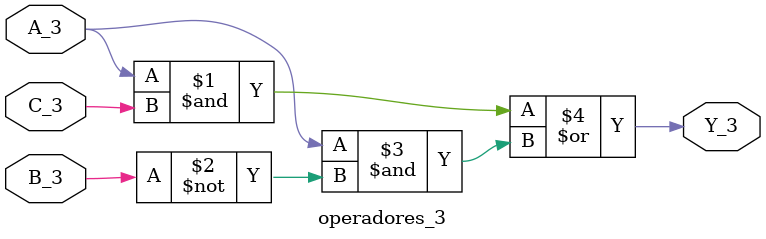
<source format=v>
module gateLevel_1(input wire A_1, B_1, C_1, output wire S1_1);

  wire NB_1, NC_1, P1_1, P2_1, P3_1;

  not (NB_1, B_1);
  not (NC_1, C_1);
  
  and (P1_1, A_1, NB_1, NC_1);
  and (P2_1, A_1, NB_1, C_1);
  and (P3_1, A_1, B_1, C_1);
  
  or  (S1_1, P1_1, P2_1, P3_1);

endmodule

// EJERCICIO 5: ECUACIÓN P.O.S. - Gate Level Modelling
module gateLevel_2(input wire A_2, B_2, C_2, output wire P1_2);
	
  wire NA_2, NB_2, NC_2, S1_2, S2_2, S3_2, S4_2, S5_2;

  not (NA_2, A_2);
  not (NB_2, B_2);
  not (NC_2, C_2);
  
  or (S1_2, A_2, B_2, C_2);
  or (S2_2, A_2, B_2, NC_2);
  or (S3_2, A_2, NB_2, C_2);
  or (S4_2, A_2, NB_2, NC_2);
  or (S5_2, NA_2, NB_2, C_2);
  
  and (P1_2, S1_2, S2_2, S3_2, S4_2, S5_2);

endmodule

// EJERCICIO 5: ECUACIÓN SOLUCIÓN CON MAPA DE KARNAUGH - Gate Level Modelling
module gateLevel_3(input wire A_3, B_3, C_3, output wire S1_3);

  wire NB_3, P1_3, P2_3;

  not (NB_3, B_3);
  
  and (P1_3, A_3, C_3);
  and (P2_3, A_3, NB_3);
  
  or  (S1_3, P1_3, P2_3);

endmodule



// EJERCICIO 5: ECUACIÓN S.O.P. - Behavioral Modelling
module operadores_1(input wire A_1, B_1, C_1, output wire Y_1);

  assign Y_1 = (A_1 & ~B_1 & ~C_1) | (A_1 & ~B_1 & C_1) | (A_1 & B_1 & C_1);
endmodule

// EJERCICIO 5: ECUACIÓN P.O.S. - Behavioral Modelling
module operadores_2(input wire A_2, B_2, C_2, output wire Y_2);

  assign Y_2 = (A_2 | B_2 | C_2) & (A_2 | B_2 | ~C_2) & (A_2 | ~B_2 | C_2) & (A_2 | ~B_2 | ~C_2) & (~A_2 | ~B_2 | C_2);

endmodule

// EJERCICIO 5: ECUACIÓN SOLUCIÓN CON MAPA DE KARNAUGH - Behavioral Modelling
module operadores_3(input wire A_3, B_3, C_3, output wire Y_3);

  assign Y_3 = (A_3 & C_3) | (A_3 & ~B_3);

endmodule


</source>
